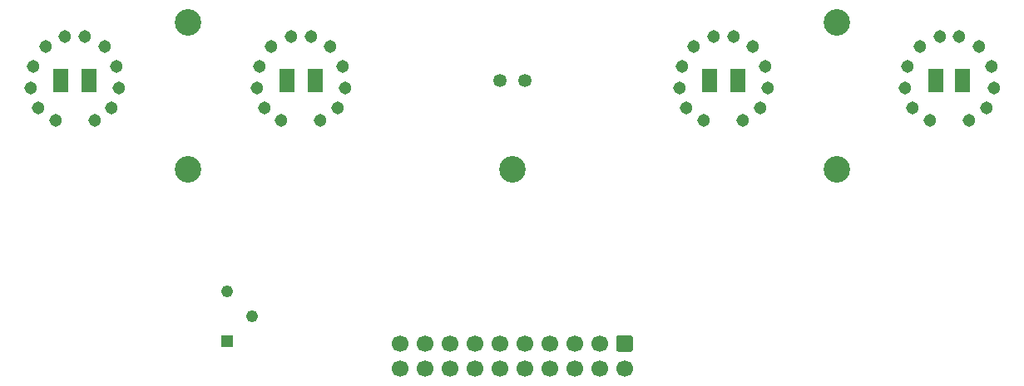
<source format=gts>
G04 #@! TF.GenerationSoftware,KiCad,Pcbnew,(5.1.7)-1*
G04 #@! TF.CreationDate,2021-11-14T23:49:46-06:00*
G04 #@! TF.ProjectId,in8-2-socket,696e382d-322d-4736-9f63-6b65742e6b69,rev?*
G04 #@! TF.SameCoordinates,Original*
G04 #@! TF.FileFunction,Soldermask,Top*
G04 #@! TF.FilePolarity,Negative*
%FSLAX46Y46*%
G04 Gerber Fmt 4.6, Leading zero omitted, Abs format (unit mm)*
G04 Created by KiCad (PCBNEW (5.1.7)-1) date 2021-11-14 23:49:46*
%MOMM*%
%LPD*%
G01*
G04 APERTURE LIST*
%ADD10C,2.700000*%
%ADD11C,1.305560*%
%ADD12C,1.700000*%
%ADD13C,1.346200*%
%ADD14R,1.600200X2.387600*%
%ADD15R,1.222000X1.222000*%
%ADD16C,1.222000*%
G04 APERTURE END LIST*
D10*
X193000000Y-93000000D03*
D11*
X202506020Y-103003160D03*
X200006660Y-99754500D03*
X200255580Y-97506600D03*
X203506780Y-94506860D03*
X205503220Y-94506860D03*
X207504740Y-95507620D03*
X208754420Y-97506600D03*
X209003340Y-99754500D03*
X208254040Y-101753480D03*
X206503980Y-103003160D03*
X200755960Y-101753480D03*
X201505260Y-95507620D03*
X112500260Y-95502420D03*
X111750960Y-101748280D03*
X117498980Y-102997960D03*
X119249040Y-101748280D03*
X119998340Y-99749300D03*
X119749420Y-97501400D03*
X118499740Y-95502420D03*
X116498220Y-94501660D03*
X114501780Y-94501660D03*
X111250580Y-97501400D03*
X111001660Y-99749300D03*
X113501020Y-102997960D03*
X136501020Y-102997960D03*
X134001660Y-99749300D03*
X134250580Y-97501400D03*
X137501780Y-94501660D03*
X139498220Y-94501660D03*
X141499740Y-95502420D03*
X142749420Y-97501400D03*
X142998340Y-99749300D03*
X142249040Y-101748280D03*
X140498980Y-102997960D03*
X134750960Y-101748280D03*
X135500260Y-95502420D03*
X179506020Y-103003160D03*
X177006660Y-99754500D03*
X177255580Y-97506600D03*
X180506780Y-94506860D03*
X182503220Y-94506860D03*
X184504740Y-95507620D03*
X185754420Y-97506600D03*
X186003340Y-99754500D03*
X185254040Y-101753480D03*
X183503980Y-103003160D03*
X177755960Y-101753480D03*
X178505260Y-95507620D03*
D10*
X193000000Y-108000000D03*
X160000000Y-108000000D03*
X127000000Y-93000000D03*
X127000000Y-108000000D03*
D12*
X148570000Y-128330000D03*
X151110000Y-128330000D03*
X153650000Y-128330000D03*
X156190000Y-128330000D03*
X158730000Y-128330000D03*
X161270000Y-128330000D03*
X163810000Y-128330000D03*
X166350000Y-128330000D03*
X168890000Y-128330000D03*
X171430000Y-128330000D03*
X148570000Y-125790000D03*
X151110000Y-125790000D03*
X153650000Y-125790000D03*
X156190000Y-125790000D03*
X158730000Y-125790000D03*
X161270000Y-125790000D03*
X163810000Y-125790000D03*
X166350000Y-125790000D03*
X168890000Y-125790000D03*
G36*
G01*
X172030000Y-126640000D02*
X170830000Y-126640000D01*
G75*
G02*
X170580000Y-126390000I0J250000D01*
G01*
X170580000Y-125190000D01*
G75*
G02*
X170830000Y-124940000I250000J0D01*
G01*
X172030000Y-124940000D01*
G75*
G02*
X172280000Y-125190000I0J-250000D01*
G01*
X172280000Y-126390000D01*
G75*
G02*
X172030000Y-126640000I-250000J0D01*
G01*
G37*
D13*
X161270000Y-99000000D03*
X158730000Y-99000000D03*
D14*
X114080000Y-98994800D03*
X116930000Y-98994800D03*
X137080000Y-98994800D03*
X139930000Y-98994800D03*
X180075000Y-99000000D03*
X182925000Y-99000000D03*
X203075000Y-99000000D03*
X205815000Y-99000000D03*
D15*
X131000000Y-125540000D03*
D16*
X133540000Y-123000000D03*
X131000000Y-120460000D03*
M02*

</source>
